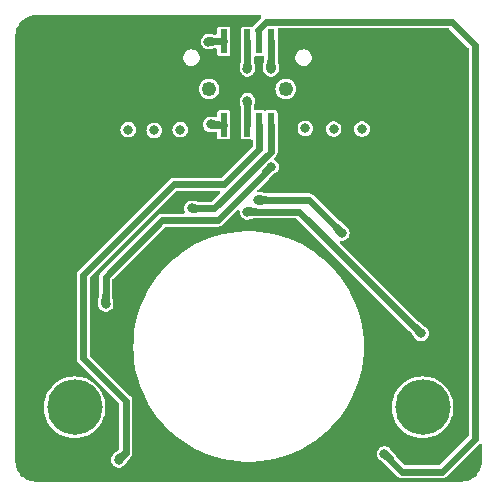
<source format=gbl>
G04 #@! TF.GenerationSoftware,KiCad,Pcbnew,7.0.2*
G04 #@! TF.CreationDate,2023-08-16T09:20:42-04:00*
G04 #@! TF.ProjectId,Foras Promineo CLR PCB,466f7261-7320-4507-926f-6d696e656f20,rev?*
G04 #@! TF.SameCoordinates,PX4c4b400PY543a756*
G04 #@! TF.FileFunction,Copper,L2,Bot*
G04 #@! TF.FilePolarity,Positive*
%FSLAX46Y46*%
G04 Gerber Fmt 4.6, Leading zero omitted, Abs format (unit mm)*
G04 Created by KiCad (PCBNEW 7.0.2) date 2023-08-16 09:20:42*
%MOMM*%
%LPD*%
G01*
G04 APERTURE LIST*
G04 #@! TA.AperFunction,ComponentPad*
%ADD10C,4.700000*%
G04 #@! TD*
G04 #@! TA.AperFunction,SMDPad,CuDef*
%ADD11R,0.600000X2.000000*%
G04 #@! TD*
G04 #@! TA.AperFunction,ComponentPad*
%ADD12C,1.248000*%
G04 #@! TD*
G04 #@! TA.AperFunction,ViaPad*
%ADD13C,0.800000*%
G04 #@! TD*
G04 #@! TA.AperFunction,Conductor*
%ADD14C,0.600000*%
G04 #@! TD*
G04 APERTURE END LIST*
D10*
G04 #@! TO.P,H2,1,1*
G04 #@! TO.N,Net-(C2-Pad1)*
X14730000Y-5130000D03*
G04 #@! TD*
G04 #@! TO.P,H1,1,1*
G04 #@! TO.N,Net-(C1-Pad1)*
X-14730000Y-5130000D03*
G04 #@! TD*
D11*
G04 #@! TO.P,J1,1,Pin_1*
G04 #@! TO.N,Net-(J1-Pin_1)*
X-2100000Y25844830D03*
G04 #@! TO.P,J1,2,Pin_2*
X-2100000Y18794830D03*
G04 #@! TO.P,J1,3,Pin_3*
G04 #@! TO.N,GND*
X-1100000Y25844830D03*
G04 #@! TO.P,J1,4,Pin_4*
X-1100000Y18794830D03*
G04 #@! TO.P,J1,5,Pin_5*
G04 #@! TO.N,/LED_1*
X-100000Y25844830D03*
G04 #@! TO.P,J1,6,Pin_6*
G04 #@! TO.N,/LED_2*
X-100000Y18794830D03*
G04 #@! TO.P,J1,7,Pin_7*
G04 #@! TO.N,/LED_3*
X900000Y25844830D03*
G04 #@! TO.P,J1,8,Pin_8*
G04 #@! TO.N,/LED_4*
X900000Y18794830D03*
G04 #@! TO.P,J1,9,Pin_9*
G04 #@! TO.N,/LED_5*
X1900000Y25844830D03*
G04 #@! TO.P,J1,10,Pin_10*
G04 #@! TO.N,/LED_6*
X1900000Y18794830D03*
D12*
G04 #@! TO.P,J1,S1*
G04 #@! TO.N,N/C*
X-3350000Y21819830D03*
G04 #@! TO.P,J1,S2*
X3150000Y21819830D03*
G04 #@! TD*
D13*
G04 #@! TO.N,GND*
X16995000Y965000D03*
X-16920000Y710000D03*
X-6525000Y23707330D03*
X-8625000Y23769830D03*
G04 #@! TO.N,/LED_6*
X-4800000Y11719830D03*
G04 #@! TO.N,/LED_5*
X1900000Y23519830D03*
X1900000Y15219830D03*
X-12100000Y3619830D03*
G04 #@! TO.N,/LED_4*
X-11000000Y-9580170D03*
G04 #@! TO.N,/LED_3*
X11500000Y-9080170D03*
G04 #@! TO.N,/LED_2*
X-100000Y20819830D03*
X14600000Y1119830D03*
X-100000Y11419830D03*
G04 #@! TO.N,/LED_1*
X800000Y12419830D03*
X-100000Y23519830D03*
X7900000Y9619830D03*
G04 #@! TO.N,Net-(J1-Pin_1)*
X4800000Y18482330D03*
X-8000000Y18307330D03*
X-3400000Y25819830D03*
X7200000Y18419830D03*
X-5800000Y18369830D03*
X9600000Y18419830D03*
X-3200000Y18819830D03*
X-10200000Y18369830D03*
G04 #@! TD*
D14*
G04 #@! TO.N,/LED_4*
X-2069830Y13750000D02*
X900000Y16719830D01*
X-6320000Y13750000D02*
X-2069830Y13750000D01*
X900000Y16719830D02*
X900000Y18794830D01*
X-14010000Y6060000D02*
X-6320000Y13750000D01*
X-10390000Y-4580000D02*
X-14010000Y-960000D01*
X-10390000Y-8970170D02*
X-10390000Y-4580000D01*
X-14010000Y-960000D02*
X-14010000Y6060000D01*
X-11000000Y-9580170D02*
X-10390000Y-8970170D01*
G04 #@! TO.N,/LED_6*
X-2900000Y11719830D02*
X-4800000Y11719830D01*
X1900000Y16519830D02*
X-2900000Y11719830D01*
X1900000Y18794830D02*
X1900000Y16519830D01*
G04 #@! TO.N,/LED_5*
X-2600000Y10719830D02*
X-7300000Y10719830D01*
X1900000Y25844830D02*
X1900000Y23519830D01*
X-12100000Y5919830D02*
X-12100000Y3619830D01*
X1900000Y15219830D02*
X-2600000Y10719830D01*
X-7300000Y10719830D02*
X-12100000Y5919830D01*
G04 #@! TO.N,/LED_3*
X1500000Y27519830D02*
X800000Y26819830D01*
X11500000Y-9080170D02*
X13000000Y-10580170D01*
X17200000Y27519830D02*
X1500000Y27519830D01*
X19200000Y25519830D02*
X17200000Y27519830D01*
X16400000Y-10580170D02*
X19200000Y-7780170D01*
X13000000Y-10580170D02*
X16400000Y-10580170D01*
X19200000Y-7780170D02*
X19200000Y25519830D01*
G04 #@! TO.N,/LED_2*
X4300000Y11419830D02*
X-100000Y11419830D01*
X14600000Y1119830D02*
X4300000Y11419830D01*
X-100000Y18794830D02*
X-100000Y20819830D01*
G04 #@! TO.N,/LED_1*
X800000Y12419830D02*
X5100000Y12419830D01*
X-100000Y25844830D02*
X-100000Y23519830D01*
X5100000Y12419830D02*
X7900000Y9619830D01*
G04 #@! TO.N,Net-(J1-Pin_1)*
X-2100000Y18794830D02*
X-3175000Y18794830D01*
X-2100000Y25844830D02*
X-3375000Y25844830D01*
X-3375000Y25844830D02*
X-3400000Y25819830D01*
X-3175000Y18794830D02*
X-3200000Y18819830D01*
G04 #@! TD*
G04 #@! TA.AperFunction,Conductor*
G04 #@! TO.N,GND*
G36*
X1025248Y28045328D02*
G01*
X1071741Y27991672D01*
X1081845Y27921398D01*
X1052351Y27856818D01*
X1046223Y27850235D01*
X384131Y27188143D01*
X384124Y27188136D01*
X381091Y27185102D01*
X378497Y27181683D01*
X378494Y27181678D01*
X351765Y27146431D01*
X294665Y27104239D01*
X237477Y27099815D01*
X237477Y27099330D01*
X231210Y27099330D01*
X226790Y27098988D01*
X225070Y27099330D01*
X-425069Y27099330D01*
X-499301Y27084565D01*
X-583485Y27028315D01*
X-639734Y26944132D01*
X-654500Y26869897D01*
X-654500Y24375027D01*
X-657875Y24354162D01*
X-657239Y24354082D01*
X-755858Y23565123D01*
X-756054Y23563201D01*
X-757347Y23549283D01*
X-757484Y23547347D01*
X-757436Y23547873D01*
X-757514Y23545958D01*
X-757822Y23536122D01*
X-758671Y23525073D01*
X-759308Y23519831D01*
X-740150Y23362049D01*
X-683788Y23213436D01*
X-683787Y23213435D01*
X-593498Y23082629D01*
X-474529Y22977231D01*
X-333793Y22903367D01*
X-179471Y22865330D01*
X-179469Y22865330D01*
X-20531Y22865330D01*
X-20529Y22865330D01*
X133793Y22903367D01*
X274529Y22977231D01*
X393498Y23082629D01*
X483787Y23213435D01*
X540149Y23362048D01*
X559307Y23519830D01*
X556560Y23542446D01*
X556042Y23563640D01*
X555855Y23565131D01*
X555856Y23565135D01*
X458777Y24341768D01*
X457483Y24352124D01*
X457757Y24352159D01*
X454500Y24374497D01*
X454500Y24464331D01*
X474502Y24532452D01*
X528158Y24578945D01*
X580495Y24590331D01*
X1219500Y24590331D01*
X1287621Y24570329D01*
X1334114Y24516673D01*
X1345500Y24464331D01*
X1345500Y24375027D01*
X1342125Y24354162D01*
X1342761Y24354082D01*
X1244142Y23565123D01*
X1243946Y23563201D01*
X1242653Y23549283D01*
X1242516Y23547347D01*
X1242564Y23547873D01*
X1242486Y23545958D01*
X1242178Y23536122D01*
X1241329Y23525073D01*
X1240692Y23519831D01*
X1259850Y23362049D01*
X1316212Y23213436D01*
X1316213Y23213435D01*
X1406502Y23082629D01*
X1525471Y22977231D01*
X1666207Y22903367D01*
X1820529Y22865330D01*
X1820531Y22865330D01*
X1979469Y22865330D01*
X1979471Y22865330D01*
X2133793Y22903367D01*
X2274529Y22977231D01*
X2393498Y23082629D01*
X2483787Y23213435D01*
X2540149Y23362048D01*
X2559307Y23519830D01*
X2556560Y23542446D01*
X2556042Y23563640D01*
X2555855Y23565131D01*
X2555856Y23565135D01*
X2458777Y24341768D01*
X2457483Y24352124D01*
X2457757Y24352159D01*
X2454500Y24374497D01*
X2454500Y24385381D01*
X3954500Y24385381D01*
X3994920Y24221391D01*
X4034165Y24146616D01*
X4073411Y24071838D01*
X4185411Y23945417D01*
X4324411Y23849472D01*
X4482334Y23789580D01*
X4607931Y23774330D01*
X4611741Y23774330D01*
X4688259Y23774330D01*
X4692069Y23774330D01*
X4817666Y23789580D01*
X4975589Y23849472D01*
X5114589Y23945417D01*
X5226589Y24071839D01*
X5305080Y24221391D01*
X5345500Y24385381D01*
X5345500Y24554279D01*
X5305080Y24718269D01*
X5226589Y24867821D01*
X5226588Y24867823D01*
X5114588Y24994244D01*
X4975588Y25090189D01*
X4817665Y25150081D01*
X4695854Y25164871D01*
X4695844Y25164872D01*
X4692069Y25165330D01*
X4607931Y25165330D01*
X4604156Y25164872D01*
X4604145Y25164871D01*
X4482334Y25150081D01*
X4324411Y25090189D01*
X4185411Y24994244D01*
X4073411Y24867823D01*
X4009227Y24745529D01*
X3994920Y24718269D01*
X3954500Y24554279D01*
X3954500Y24385381D01*
X2454500Y24385381D01*
X2454500Y25898264D01*
X2454499Y25898272D01*
X2454499Y26839330D01*
X2474501Y26907451D01*
X2528157Y26953944D01*
X2580499Y26965330D01*
X16918129Y26965330D01*
X16986250Y26945328D01*
X17007224Y26928425D01*
X18608595Y25327054D01*
X18642621Y25264742D01*
X18645500Y25237959D01*
X18645500Y-7498299D01*
X18625498Y-7566420D01*
X18608595Y-7587394D01*
X16207224Y-9988765D01*
X16144912Y-10022791D01*
X16118129Y-10025670D01*
X13281873Y-10025670D01*
X13213752Y-10005668D01*
X13192778Y-9988766D01*
X12496802Y-9292791D01*
X12484437Y-9275654D01*
X12483931Y-9276049D01*
X12460171Y-9245500D01*
X12011162Y-8668202D01*
X12006936Y-8662438D01*
X11993498Y-8642969D01*
X11989399Y-8639338D01*
X11980977Y-8631144D01*
X11973976Y-8623664D01*
X11971577Y-8622052D01*
X11958292Y-8611779D01*
X11874529Y-8537571D01*
X11733793Y-8463707D01*
X11579471Y-8425670D01*
X11420529Y-8425670D01*
X11266207Y-8463707D01*
X11266206Y-8463707D01*
X11266204Y-8463708D01*
X11125472Y-8537570D01*
X11006501Y-8642969D01*
X10916212Y-8773775D01*
X10859850Y-8922389D01*
X10840693Y-9080169D01*
X10840693Y-9080170D01*
X10841353Y-9085603D01*
X10859850Y-9237950D01*
X10916212Y-9386564D01*
X10961357Y-9451968D01*
X11004743Y-9514823D01*
X11006503Y-9517372D01*
X11047663Y-9553837D01*
X11059382Y-9565691D01*
X11068275Y-9575966D01*
X11100863Y-9601312D01*
X11107061Y-9606460D01*
X11125852Y-9623107D01*
X11143497Y-9634472D01*
X11694318Y-10062888D01*
X11694148Y-10063105D01*
X11712247Y-10076599D01*
X12599691Y-10964043D01*
X12602681Y-10967136D01*
X12646772Y-11014346D01*
X12682083Y-11035819D01*
X12692749Y-11043078D01*
X12725679Y-11068049D01*
X12742402Y-11074644D01*
X12761647Y-11084203D01*
X12773906Y-11091657D01*
X12777010Y-11093545D01*
X12816805Y-11104695D01*
X12829024Y-11108804D01*
X12867479Y-11123969D01*
X12885370Y-11125808D01*
X12906467Y-11129817D01*
X12923786Y-11134670D01*
X12965115Y-11134670D01*
X12977998Y-11135330D01*
X13019109Y-11139556D01*
X13036821Y-11136502D01*
X13058230Y-11134670D01*
X16388371Y-11134670D01*
X16392673Y-11134743D01*
X16393997Y-11134788D01*
X16457239Y-11136949D01*
X16497411Y-11127158D01*
X16510053Y-11124755D01*
X16551009Y-11119127D01*
X16567503Y-11111962D01*
X16587857Y-11105117D01*
X16605333Y-11100859D01*
X16641364Y-11080599D01*
X16652894Y-11074872D01*
X16690818Y-11058400D01*
X16704763Y-11047054D01*
X16722528Y-11034962D01*
X16738199Y-11026152D01*
X16767426Y-10996923D01*
X16776999Y-10988285D01*
X16809058Y-10962204D01*
X16819430Y-10947508D01*
X16833267Y-10931082D01*
X19530404Y-8233945D01*
X19592717Y-8199919D01*
X19663533Y-8204984D01*
X19720368Y-8247531D01*
X19745179Y-8314051D01*
X19745500Y-8323040D01*
X19745500Y-9675669D01*
X19745179Y-9684658D01*
X19728376Y-9919589D01*
X19725818Y-9937383D01*
X19676710Y-10163130D01*
X19671645Y-10180380D01*
X19590912Y-10396833D01*
X19583443Y-10413186D01*
X19472724Y-10615952D01*
X19463005Y-10631075D01*
X19324559Y-10816017D01*
X19312786Y-10829603D01*
X19149433Y-10992956D01*
X19135847Y-11004729D01*
X18950905Y-11143175D01*
X18935782Y-11152894D01*
X18733016Y-11263613D01*
X18716663Y-11271082D01*
X18500210Y-11351815D01*
X18482960Y-11356880D01*
X18257213Y-11405988D01*
X18239419Y-11408546D01*
X18004488Y-11425349D01*
X17995499Y-11425670D01*
X-17995499Y-11425670D01*
X-18004488Y-11425349D01*
X-18239420Y-11408546D01*
X-18257214Y-11405988D01*
X-18482961Y-11356880D01*
X-18500205Y-11351817D01*
X-18716664Y-11271082D01*
X-18733017Y-11263613D01*
X-18935783Y-11152894D01*
X-18950906Y-11143175D01*
X-19135848Y-11004729D01*
X-19149434Y-10992956D01*
X-19312787Y-10829603D01*
X-19324560Y-10816017D01*
X-19463006Y-10631075D01*
X-19472725Y-10615952D01*
X-19583444Y-10413186D01*
X-19590910Y-10396839D01*
X-19671651Y-10180365D01*
X-19676708Y-10163140D01*
X-19725821Y-9937372D01*
X-19728376Y-9919601D01*
X-19745181Y-9684630D01*
X-19745500Y-9675694D01*
X-19745500Y-9635295D01*
X-19745500Y-9635294D01*
X-19745500Y-5130000D01*
X-17339260Y-5130000D01*
X-17320236Y-5444512D01*
X-17319553Y-5448241D01*
X-17319551Y-5448254D01*
X-17286555Y-5628304D01*
X-17263440Y-5754437D01*
X-17169700Y-6055256D01*
X-17168139Y-6058724D01*
X-17168138Y-6058727D01*
X-17047672Y-6326394D01*
X-17040385Y-6342584D01*
X-16877379Y-6612229D01*
X-16683059Y-6860259D01*
X-16460259Y-7083059D01*
X-16212229Y-7277379D01*
X-15942584Y-7440385D01*
X-15655256Y-7569700D01*
X-15354437Y-7663440D01*
X-15044512Y-7720236D01*
X-14730000Y-7739260D01*
X-14415488Y-7720236D01*
X-14105563Y-7663440D01*
X-13804744Y-7569700D01*
X-13517416Y-7440385D01*
X-13247771Y-7277379D01*
X-12999741Y-7083059D01*
X-12776941Y-6860259D01*
X-12582621Y-6612229D01*
X-12419615Y-6342584D01*
X-12290300Y-6055256D01*
X-12196560Y-5754437D01*
X-12139764Y-5444512D01*
X-12120740Y-5130000D01*
X-12139764Y-4815488D01*
X-12196560Y-4505563D01*
X-12290300Y-4204744D01*
X-12419615Y-3917416D01*
X-12582621Y-3647771D01*
X-12776941Y-3399741D01*
X-12999741Y-3176941D01*
X-13127058Y-3077194D01*
X-13244780Y-2984964D01*
X-13244784Y-2984961D01*
X-13247771Y-2982621D01*
X-13517416Y-2819615D01*
X-13804744Y-2690300D01*
X-13835687Y-2680657D01*
X-14101926Y-2597693D01*
X-14101932Y-2597691D01*
X-14105563Y-2596560D01*
X-14109309Y-2595873D01*
X-14109315Y-2595872D01*
X-14411746Y-2540449D01*
X-14411759Y-2540447D01*
X-14415488Y-2539764D01*
X-14419282Y-2539534D01*
X-14419286Y-2539534D01*
X-14726198Y-2520970D01*
X-14730000Y-2520740D01*
X-14733802Y-2520970D01*
X-15040715Y-2539534D01*
X-15040721Y-2539534D01*
X-15044512Y-2539764D01*
X-15048240Y-2540447D01*
X-15048255Y-2540449D01*
X-15350686Y-2595872D01*
X-15350696Y-2595874D01*
X-15354437Y-2596560D01*
X-15358065Y-2597690D01*
X-15358075Y-2597693D01*
X-15651621Y-2689167D01*
X-15651626Y-2689168D01*
X-15655256Y-2690300D01*
X-15658720Y-2691858D01*
X-15658728Y-2691862D01*
X-15939117Y-2818054D01*
X-15939126Y-2818058D01*
X-15942584Y-2819615D01*
X-15945835Y-2821580D01*
X-15945844Y-2821585D01*
X-16208976Y-2980654D01*
X-16208982Y-2980657D01*
X-16212229Y-2982621D01*
X-16215210Y-2984955D01*
X-16215221Y-2984964D01*
X-16457257Y-3174588D01*
X-16457268Y-3174597D01*
X-16460259Y-3176941D01*
X-16462954Y-3179635D01*
X-16462962Y-3179643D01*
X-16680357Y-3397038D01*
X-16680365Y-3397046D01*
X-16683059Y-3399741D01*
X-16685403Y-3402732D01*
X-16685412Y-3402743D01*
X-16875036Y-3644779D01*
X-16875045Y-3644790D01*
X-16877379Y-3647771D01*
X-16879343Y-3651018D01*
X-16879346Y-3651024D01*
X-17038415Y-3914156D01*
X-17038420Y-3914165D01*
X-17040385Y-3917416D01*
X-17041942Y-3920874D01*
X-17041946Y-3920883D01*
X-17168138Y-4201272D01*
X-17168142Y-4201280D01*
X-17169700Y-4204744D01*
X-17170832Y-4208374D01*
X-17170833Y-4208379D01*
X-17262307Y-4501925D01*
X-17262310Y-4501935D01*
X-17263440Y-4505563D01*
X-17264126Y-4509304D01*
X-17264128Y-4509314D01*
X-17319551Y-4811745D01*
X-17319553Y-4811760D01*
X-17320236Y-4815488D01*
X-17339260Y-5130000D01*
X-19745500Y-5130000D01*
X-19745500Y6040892D01*
X-14569387Y6040892D01*
X-14566332Y6023173D01*
X-14564500Y6001765D01*
X-14564500Y-948370D01*
X-14564573Y-952672D01*
X-14566779Y-1017241D01*
X-14556993Y-1057402D01*
X-14554585Y-1070072D01*
X-14548958Y-1111009D01*
X-14541795Y-1127500D01*
X-14534948Y-1147859D01*
X-14530689Y-1165334D01*
X-14510437Y-1201352D01*
X-14504699Y-1212905D01*
X-14488230Y-1250818D01*
X-14476880Y-1264769D01*
X-14464795Y-1282525D01*
X-14455982Y-1298199D01*
X-14426757Y-1327424D01*
X-14418122Y-1336992D01*
X-14392034Y-1369058D01*
X-14377344Y-1379427D01*
X-14360911Y-1393270D01*
X-10981405Y-4772776D01*
X-10947379Y-4835088D01*
X-10944500Y-4861871D01*
X-10944500Y-8643795D01*
X-10964502Y-8711916D01*
X-10993144Y-8743253D01*
X-11356515Y-9025874D01*
X-11374145Y-9037229D01*
X-11392931Y-9053872D01*
X-11399117Y-9059009D01*
X-11431735Y-9084380D01*
X-11431796Y-9084430D01*
X-11433235Y-9085603D01*
X-11443974Y-9094516D01*
X-11445427Y-9095777D01*
X-11445034Y-9095450D01*
X-11446440Y-9096747D01*
X-11460370Y-9109804D01*
X-11475200Y-9126757D01*
X-11493499Y-9142969D01*
X-11583788Y-9273775D01*
X-11640150Y-9422389D01*
X-11659307Y-9580170D01*
X-11640150Y-9737950D01*
X-11583788Y-9886564D01*
X-11510928Y-9992119D01*
X-11493498Y-10017371D01*
X-11374529Y-10122769D01*
X-11233793Y-10196633D01*
X-11079471Y-10234670D01*
X-11079469Y-10234670D01*
X-10920531Y-10234670D01*
X-10920529Y-10234670D01*
X-10766207Y-10196633D01*
X-10625471Y-10122769D01*
X-10506502Y-10017371D01*
X-10493041Y-9997868D01*
X-10488856Y-9992158D01*
X-10023688Y-9394086D01*
X-10023688Y-9394085D01*
X-10017280Y-9385847D01*
X-10016826Y-9386200D01*
X-10000664Y-9365274D01*
X-9955824Y-9323398D01*
X-9934342Y-9288069D01*
X-9927091Y-9277418D01*
X-9918018Y-9265452D01*
X-9902121Y-9244491D01*
X-9895525Y-9227761D01*
X-9885971Y-9208526D01*
X-9876625Y-9193160D01*
X-9865474Y-9153358D01*
X-9861369Y-9141150D01*
X-9846201Y-9102690D01*
X-9845177Y-9092727D01*
X-9844362Y-9084802D01*
X-9840353Y-9063702D01*
X-9835500Y-9046384D01*
X-9835500Y-9005046D01*
X-9834839Y-8992161D01*
X-9830614Y-8951061D01*
X-9833668Y-8933347D01*
X-9835500Y-8911940D01*
X-9835500Y-4591629D01*
X-9835427Y-4587327D01*
X-9835388Y-4586168D01*
X-9833221Y-4522761D01*
X-9843009Y-4482597D01*
X-9845415Y-4469942D01*
X-9851043Y-4428991D01*
X-9858208Y-4412497D01*
X-9865053Y-4392140D01*
X-9869311Y-4374667D01*
X-9889566Y-4338643D01*
X-9895304Y-4327091D01*
X-9911770Y-4289182D01*
X-9911772Y-4289179D01*
X-9923120Y-4275230D01*
X-9935209Y-4257467D01*
X-9944019Y-4241799D01*
X-9973240Y-4212578D01*
X-9981884Y-4203001D01*
X-9983291Y-4201272D01*
X-10007966Y-4170942D01*
X-10007968Y-4170941D01*
X-10007969Y-4170939D01*
X-10022662Y-4160567D01*
X-10039093Y-4146726D01*
X-13418595Y-767224D01*
X-13452621Y-704912D01*
X-13455500Y-678129D01*
X-13455500Y0D01*
X-9759514Y0D01*
X-9759449Y-2026D01*
X-9739528Y-623257D01*
X-9739527Y-623278D01*
X-9739462Y-625294D01*
X-9739270Y-627287D01*
X-9739268Y-627314D01*
X-9679582Y-1246026D01*
X-9679580Y-1246048D01*
X-9679389Y-1248019D01*
X-9679073Y-1249976D01*
X-9679070Y-1249996D01*
X-9579860Y-1863639D01*
X-9579857Y-1863655D01*
X-9579540Y-1865615D01*
X-9579096Y-1867562D01*
X-9579095Y-1867565D01*
X-9440775Y-2473590D01*
X-9440769Y-2473612D01*
X-9440328Y-2475545D01*
X-9439758Y-2477466D01*
X-9439756Y-2477473D01*
X-9404075Y-2597693D01*
X-9262323Y-3075303D01*
X-9261627Y-3077194D01*
X-9051650Y-3647771D01*
X-9046257Y-3662424D01*
X-9045444Y-3664261D01*
X-9045443Y-3664263D01*
X-8804741Y-4208011D01*
X-8793018Y-4234494D01*
X-8792090Y-4236274D01*
X-8792086Y-4236281D01*
X-8512197Y-4772776D01*
X-8503647Y-4789165D01*
X-8485388Y-4819285D01*
X-8180388Y-5322417D01*
X-8180377Y-5322435D01*
X-8179333Y-5324156D01*
X-8178180Y-5325809D01*
X-8178176Y-5325815D01*
X-8092768Y-5448254D01*
X-7821407Y-5837268D01*
X-7820151Y-5838843D01*
X-7820145Y-5838851D01*
X-7440244Y-6315232D01*
X-7431342Y-6326394D01*
X-7429987Y-6327886D01*
X-7429981Y-6327893D01*
X-7171755Y-6612229D01*
X-7010741Y-6789524D01*
X-7009291Y-6790928D01*
X-6705213Y-7085411D01*
X-6561330Y-7224753D01*
X-6084957Y-7630295D01*
X-5583581Y-8004483D01*
X-5059260Y-8345778D01*
X-4514149Y-8652778D01*
X-4512325Y-8653656D01*
X-4512320Y-8653659D01*
X-4262897Y-8773775D01*
X-3950489Y-8924223D01*
X-3370595Y-9158996D01*
X-2776851Y-9356132D01*
X-2171696Y-9514823D01*
X-1557617Y-9634414D01*
X-937138Y-9714416D01*
X-312808Y-9754500D01*
X-310794Y-9754500D01*
X310794Y-9754500D01*
X312808Y-9754500D01*
X937138Y-9714416D01*
X1557617Y-9634414D01*
X2171696Y-9514823D01*
X2776851Y-9356132D01*
X3370595Y-9158996D01*
X3950489Y-8924223D01*
X4514149Y-8652778D01*
X5059260Y-8345778D01*
X5583581Y-8004483D01*
X6084957Y-7630295D01*
X6561330Y-7224753D01*
X7010741Y-6789524D01*
X7431342Y-6326394D01*
X7821407Y-5837268D01*
X8179333Y-5324156D01*
X8297031Y-5130000D01*
X12120740Y-5130000D01*
X12139764Y-5444512D01*
X12140447Y-5448241D01*
X12140449Y-5448254D01*
X12173445Y-5628304D01*
X12196560Y-5754437D01*
X12290300Y-6055256D01*
X12291861Y-6058724D01*
X12291862Y-6058727D01*
X12412328Y-6326394D01*
X12419615Y-6342584D01*
X12582621Y-6612229D01*
X12776941Y-6860259D01*
X12999741Y-7083059D01*
X13247771Y-7277379D01*
X13517416Y-7440385D01*
X13804744Y-7569700D01*
X14105563Y-7663440D01*
X14415488Y-7720236D01*
X14730000Y-7739260D01*
X15044512Y-7720236D01*
X15354437Y-7663440D01*
X15655256Y-7569700D01*
X15942584Y-7440385D01*
X16212229Y-7277379D01*
X16460259Y-7083059D01*
X16683059Y-6860259D01*
X16877379Y-6612229D01*
X17040385Y-6342584D01*
X17169700Y-6055256D01*
X17263440Y-5754437D01*
X17320236Y-5444512D01*
X17339260Y-5130000D01*
X17320236Y-4815488D01*
X17263440Y-4505563D01*
X17169700Y-4204744D01*
X17040385Y-3917416D01*
X16877379Y-3647771D01*
X16683059Y-3399741D01*
X16460259Y-3176941D01*
X16332942Y-3077194D01*
X16215220Y-2984964D01*
X16215216Y-2984961D01*
X16212229Y-2982621D01*
X15942584Y-2819615D01*
X15655256Y-2690300D01*
X15624313Y-2680657D01*
X15358074Y-2597693D01*
X15358068Y-2597691D01*
X15354437Y-2596560D01*
X15350691Y-2595873D01*
X15350685Y-2595872D01*
X15048254Y-2540449D01*
X15048241Y-2540447D01*
X15044512Y-2539764D01*
X15040718Y-2539534D01*
X15040714Y-2539534D01*
X14733802Y-2520970D01*
X14730000Y-2520740D01*
X14726198Y-2520970D01*
X14419285Y-2539534D01*
X14419279Y-2539534D01*
X14415488Y-2539764D01*
X14411760Y-2540447D01*
X14411745Y-2540449D01*
X14109314Y-2595872D01*
X14109304Y-2595874D01*
X14105563Y-2596560D01*
X14101935Y-2597690D01*
X14101925Y-2597693D01*
X13808379Y-2689167D01*
X13808374Y-2689168D01*
X13804744Y-2690300D01*
X13801280Y-2691858D01*
X13801272Y-2691862D01*
X13520883Y-2818054D01*
X13520874Y-2818058D01*
X13517416Y-2819615D01*
X13514165Y-2821580D01*
X13514156Y-2821585D01*
X13251024Y-2980654D01*
X13251018Y-2980657D01*
X13247771Y-2982621D01*
X13244790Y-2984955D01*
X13244779Y-2984964D01*
X13002743Y-3174588D01*
X13002732Y-3174597D01*
X12999741Y-3176941D01*
X12997046Y-3179635D01*
X12997038Y-3179643D01*
X12779643Y-3397038D01*
X12779635Y-3397046D01*
X12776941Y-3399741D01*
X12774597Y-3402732D01*
X12774588Y-3402743D01*
X12584964Y-3644779D01*
X12584955Y-3644790D01*
X12582621Y-3647771D01*
X12580657Y-3651018D01*
X12580654Y-3651024D01*
X12421585Y-3914156D01*
X12421580Y-3914165D01*
X12419615Y-3917416D01*
X12418058Y-3920874D01*
X12418054Y-3920883D01*
X12291862Y-4201272D01*
X12291858Y-4201280D01*
X12290300Y-4204744D01*
X12289168Y-4208374D01*
X12289167Y-4208379D01*
X12197693Y-4501925D01*
X12197690Y-4501935D01*
X12196560Y-4505563D01*
X12195874Y-4509304D01*
X12195872Y-4509314D01*
X12140449Y-4811745D01*
X12140447Y-4811760D01*
X12139764Y-4815488D01*
X12120740Y-5130000D01*
X8297031Y-5130000D01*
X8503647Y-4789165D01*
X8793018Y-4234494D01*
X9046257Y-3662424D01*
X9262323Y-3075303D01*
X9440328Y-2475545D01*
X9579540Y-1865615D01*
X9679389Y-1248019D01*
X9739462Y-625294D01*
X9759514Y0D01*
X9739462Y625294D01*
X9679389Y1248019D01*
X9579540Y1865615D01*
X9440328Y2475545D01*
X9262323Y3075303D01*
X9046257Y3662424D01*
X8793018Y4234494D01*
X8503647Y4789165D01*
X8179333Y5324156D01*
X7821407Y5837268D01*
X7431342Y6326394D01*
X7010741Y6789524D01*
X6561330Y7224753D01*
X6084957Y7630295D01*
X5583581Y8004483D01*
X5581894Y8005582D01*
X5581887Y8005586D01*
X5321420Y8175131D01*
X5059260Y8345778D01*
X4514149Y8652778D01*
X4512336Y8653651D01*
X4512319Y8653660D01*
X3952309Y8923347D01*
X3952296Y8923353D01*
X3950489Y8924223D01*
X3948627Y8924977D01*
X3372464Y9158240D01*
X3372445Y9158247D01*
X3370595Y9158996D01*
X2905445Y9313436D01*
X2778749Y9355502D01*
X2778743Y9355504D01*
X2776851Y9356132D01*
X2372941Y9462050D01*
X2173641Y9514313D01*
X2173639Y9514314D01*
X2171696Y9514823D01*
X2169727Y9515207D01*
X2169716Y9515209D01*
X1559593Y9634030D01*
X1559568Y9634035D01*
X1557617Y9634414D01*
X1555648Y9634668D01*
X1555635Y9634670D01*
X939138Y9714159D01*
X939111Y9714162D01*
X937138Y9714416D01*
X935118Y9714546D01*
X935115Y9714546D01*
X314819Y9754371D01*
X314815Y9754372D01*
X312808Y9754500D01*
X-312808Y9754500D01*
X-314815Y9754372D01*
X-314820Y9754371D01*
X-935116Y9714546D01*
X-935122Y9714546D01*
X-937138Y9714416D01*
X-939109Y9714162D01*
X-939139Y9714159D01*
X-1555636Y9634670D01*
X-1555654Y9634668D01*
X-1557617Y9634414D01*
X-1559564Y9634035D01*
X-1559594Y9634030D01*
X-2169717Y9515209D01*
X-2169735Y9515205D01*
X-2171696Y9514823D01*
X-2173634Y9514316D01*
X-2173642Y9514313D01*
X-2774915Y9356640D01*
X-2774925Y9356638D01*
X-2776851Y9356132D01*
X-2778736Y9355507D01*
X-2778750Y9355502D01*
X-3368674Y9159634D01*
X-3368680Y9159633D01*
X-3370595Y9158996D01*
X-3372436Y9158251D01*
X-3372465Y9158240D01*
X-3948628Y8924977D01*
X-3948643Y8924971D01*
X-3950489Y8924223D01*
X-3952286Y8923358D01*
X-3952310Y8923347D01*
X-4512320Y8653660D01*
X-4512350Y8653645D01*
X-4514149Y8652778D01*
X-4515911Y8651787D01*
X-4515920Y8651781D01*
X-5057498Y8346771D01*
X-5057514Y8346762D01*
X-5059260Y8345778D01*
X-5060948Y8344680D01*
X-5060955Y8344675D01*
X-5581888Y8005586D01*
X-5581910Y8005572D01*
X-5583581Y8004483D01*
X-5585176Y8003294D01*
X-5585197Y8003278D01*
X-6083344Y7631499D01*
X-6084957Y7630295D01*
X-6086471Y7629007D01*
X-6086490Y7628991D01*
X-6559792Y7226063D01*
X-6559805Y7226053D01*
X-6561330Y7224753D01*
X-6562764Y7223365D01*
X-6562783Y7223347D01*
X-7009291Y6790929D01*
X-7009303Y6790917D01*
X-7010741Y6789524D01*
X-7012081Y6788050D01*
X-7012098Y6788031D01*
X-7429981Y6327894D01*
X-7430000Y6327872D01*
X-7431342Y6326394D01*
X-7432590Y6324830D01*
X-7432602Y6324815D01*
X-7820145Y5838852D01*
X-7820163Y5838829D01*
X-7821407Y5837268D01*
X-7822550Y5835630D01*
X-7822566Y5835608D01*
X-8178176Y5325816D01*
X-8178190Y5325796D01*
X-8179333Y5324156D01*
X-8180368Y5322450D01*
X-8180388Y5322418D01*
X-8502596Y4790899D01*
X-8503647Y4789165D01*
X-8504571Y4787396D01*
X-8504580Y4787378D01*
X-8792086Y4236282D01*
X-8792096Y4236263D01*
X-8793018Y4234494D01*
X-8793831Y4232658D01*
X-8793837Y4232645D01*
X-9045443Y3664264D01*
X-9045449Y3664251D01*
X-9046257Y3662424D01*
X-9046948Y3660547D01*
X-9046953Y3660534D01*
X-9261627Y3077195D01*
X-9262323Y3075303D01*
X-9262895Y3073379D01*
X-9262898Y3073367D01*
X-9439756Y2477474D01*
X-9439760Y2477459D01*
X-9440328Y2475545D01*
X-9440768Y2473621D01*
X-9440775Y2473591D01*
X-9525412Y2102767D01*
X-9579540Y1865615D01*
X-9579856Y1863661D01*
X-9579860Y1863640D01*
X-9679070Y1249997D01*
X-9679074Y1249973D01*
X-9679389Y1248019D01*
X-9679579Y1246053D01*
X-9679582Y1246027D01*
X-9739268Y627315D01*
X-9739270Y627286D01*
X-9739462Y625294D01*
X-9739527Y623281D01*
X-9739528Y623258D01*
X-9744592Y465330D01*
X-9759514Y0D01*
X-13455500Y0D01*
X-13455500Y5778129D01*
X-13435498Y5846250D01*
X-13418595Y5867224D01*
X-6127224Y13158595D01*
X-6064912Y13192621D01*
X-6038129Y13195500D01*
X-2512701Y13195500D01*
X-2444580Y13175498D01*
X-2398087Y13121842D01*
X-2387983Y13051568D01*
X-2417477Y12986988D01*
X-2423606Y12980405D01*
X-3092776Y12311235D01*
X-3155088Y12277209D01*
X-3181871Y12274330D01*
X-3944805Y12274330D01*
X-3965668Y12277704D01*
X-3965747Y12277068D01*
X-4689194Y12367499D01*
X-4703718Y12370187D01*
X-4720528Y12374330D01*
X-4720529Y12374330D01*
X-4735999Y12374330D01*
X-4751627Y12375303D01*
X-4754707Y12375688D01*
X-4756641Y12375885D01*
X-4770558Y12377177D01*
X-4772474Y12377312D01*
X-4771969Y12377266D01*
X-4773861Y12377342D01*
X-4787627Y12377787D01*
X-4791630Y12377001D01*
X-4793214Y12376690D01*
X-4817485Y12374330D01*
X-4879471Y12374330D01*
X-5033793Y12336293D01*
X-5033794Y12336293D01*
X-5033796Y12336292D01*
X-5174528Y12262430D01*
X-5293499Y12157031D01*
X-5383788Y12026225D01*
X-5440150Y11877611D01*
X-5459307Y11719830D01*
X-5440150Y11562050D01*
X-5395762Y11445010D01*
X-5390308Y11374224D01*
X-5423990Y11311725D01*
X-5486115Y11277358D01*
X-5513574Y11274330D01*
X-7288371Y11274330D01*
X-7292673Y11274403D01*
X-7300743Y11274679D01*
X-7357239Y11276609D01*
X-7357240Y11276609D01*
X-7357243Y11276609D01*
X-7397404Y11266823D01*
X-7410072Y11264415D01*
X-7451009Y11258788D01*
X-7467507Y11251622D01*
X-7487860Y11244778D01*
X-7505332Y11240520D01*
X-7541357Y11220265D01*
X-7552905Y11214530D01*
X-7590822Y11198060D01*
X-7604778Y11186706D01*
X-7622528Y11174625D01*
X-7638198Y11165813D01*
X-7667426Y11136587D01*
X-7676997Y11127950D01*
X-7709058Y11101865D01*
X-7719432Y11087169D01*
X-7733271Y11070742D01*
X-12483846Y6320167D01*
X-12486937Y6317179D01*
X-12534177Y6273059D01*
X-12555652Y6237745D01*
X-12562908Y6227084D01*
X-12587880Y6194153D01*
X-12594480Y6177417D01*
X-12604033Y6158184D01*
X-12613376Y6142819D01*
X-12624529Y6103020D01*
X-12628638Y6090801D01*
X-12643800Y6052351D01*
X-12645639Y6034460D01*
X-12649650Y6013358D01*
X-12654500Y5996047D01*
X-12654500Y5954715D01*
X-12655161Y5941830D01*
X-12659387Y5900722D01*
X-12656332Y5883003D01*
X-12654500Y5861595D01*
X-12654500Y4475027D01*
X-12657875Y4454162D01*
X-12657239Y4454082D01*
X-12755858Y3665123D01*
X-12756054Y3663201D01*
X-12757347Y3649283D01*
X-12757484Y3647347D01*
X-12757436Y3647873D01*
X-12757514Y3645958D01*
X-12757822Y3636122D01*
X-12758671Y3625073D01*
X-12759308Y3619831D01*
X-12740150Y3462049D01*
X-12683788Y3313436D01*
X-12683787Y3313435D01*
X-12593498Y3182629D01*
X-12474529Y3077231D01*
X-12333793Y3003367D01*
X-12179471Y2965330D01*
X-12179469Y2965330D01*
X-12020531Y2965330D01*
X-12020529Y2965330D01*
X-11866207Y3003367D01*
X-11725471Y3077231D01*
X-11606502Y3182629D01*
X-11516213Y3313435D01*
X-11459851Y3462048D01*
X-11440693Y3619830D01*
X-11443440Y3642446D01*
X-11443958Y3663640D01*
X-11444145Y3665131D01*
X-11444144Y3665135D01*
X-11541223Y4441768D01*
X-11542517Y4452124D01*
X-11542243Y4452159D01*
X-11545500Y4474497D01*
X-11545500Y5637959D01*
X-11525498Y5706080D01*
X-11508595Y5727054D01*
X-7107224Y10128425D01*
X-7044912Y10162451D01*
X-7018129Y10165330D01*
X-2611629Y10165330D01*
X-2607327Y10165257D01*
X-2606003Y10165212D01*
X-2542761Y10163051D01*
X-2502589Y10172842D01*
X-2489947Y10175245D01*
X-2448991Y10180873D01*
X-2432497Y10188038D01*
X-2412143Y10194883D01*
X-2394667Y10199141D01*
X-2358636Y10219401D01*
X-2347106Y10225128D01*
X-2309182Y10241600D01*
X-2295237Y10252946D01*
X-2277472Y10265038D01*
X-2261801Y10273848D01*
X-2232574Y10303077D01*
X-2223001Y10311715D01*
X-2190942Y10337796D01*
X-2180570Y10352492D01*
X-2166733Y10368918D01*
X-968222Y11567429D01*
X-905912Y11601453D01*
X-835097Y11596388D01*
X-778261Y11553841D01*
X-753450Y11487321D01*
X-754048Y11463145D01*
X-759308Y11419831D01*
X-740150Y11262050D01*
X-683788Y11113436D01*
X-659581Y11078367D01*
X-593498Y10982629D01*
X-474529Y10877231D01*
X-333793Y10803367D01*
X-179471Y10765330D01*
X-78040Y10765330D01*
X-68979Y10765004D01*
X-54696Y10763974D01*
X-51632Y10764357D01*
X-36005Y10765330D01*
X-20530Y10765330D01*
X-20529Y10765330D01*
X-3715Y10769476D01*
X10802Y10772163D01*
X721938Y10861053D01*
X721940Y10861054D01*
X732295Y10862348D01*
X732329Y10862073D01*
X754664Y10865330D01*
X4018129Y10865330D01*
X4086250Y10845328D01*
X4107224Y10828425D01*
X13603197Y1332452D01*
X13615566Y1315313D01*
X13616072Y1315706D01*
X13623685Y1305918D01*
X13623687Y1305914D01*
X14006724Y813436D01*
X14088836Y707863D01*
X14093071Y702086D01*
X14106502Y682629D01*
X14110598Y679000D01*
X14119021Y670806D01*
X14126023Y663325D01*
X14126026Y663323D01*
X14128422Y661713D01*
X14141709Y651438D01*
X14225471Y577231D01*
X14366207Y503367D01*
X14520529Y465330D01*
X14520531Y465330D01*
X14679469Y465330D01*
X14679471Y465330D01*
X14833793Y503367D01*
X14974529Y577231D01*
X15093498Y682629D01*
X15183787Y813435D01*
X15240149Y962048D01*
X15259307Y1119830D01*
X15240149Y1277612D01*
X15183787Y1426225D01*
X15093498Y1557031D01*
X15052331Y1593502D01*
X15040615Y1605354D01*
X15031722Y1615629D01*
X14999126Y1640982D01*
X14992930Y1646127D01*
X14974148Y1662767D01*
X14956511Y1674127D01*
X14405681Y2102548D01*
X14405851Y2102767D01*
X14387750Y2116261D01*
X7753776Y8750235D01*
X7719750Y8812547D01*
X7724815Y8883362D01*
X7767362Y8940198D01*
X7833882Y8965009D01*
X7842871Y8965330D01*
X7979469Y8965330D01*
X7979471Y8965330D01*
X8133793Y9003367D01*
X8274529Y9077231D01*
X8393498Y9182629D01*
X8483787Y9313435D01*
X8540149Y9462048D01*
X8559307Y9619830D01*
X8540149Y9777612D01*
X8483787Y9926225D01*
X8393498Y10057031D01*
X8352331Y10093502D01*
X8340615Y10105354D01*
X8331722Y10115629D01*
X8299126Y10140982D01*
X8292930Y10146127D01*
X8274148Y10162767D01*
X8256511Y10174127D01*
X7705681Y10602548D01*
X7705851Y10602767D01*
X7687750Y10616261D01*
X5500321Y12803690D01*
X5497331Y12806783D01*
X5453226Y12854008D01*
X5417910Y12875485D01*
X5407246Y12882742D01*
X5374320Y12907711D01*
X5357591Y12914308D01*
X5338353Y12923864D01*
X5322992Y12933205D01*
X5283192Y12944357D01*
X5270969Y12948468D01*
X5232520Y12963630D01*
X5214630Y12965469D01*
X5193528Y12969480D01*
X5176216Y12974330D01*
X5176214Y12974330D01*
X5134884Y12974330D01*
X5121999Y12974991D01*
X5117562Y12975448D01*
X5080892Y12979218D01*
X5063173Y12976162D01*
X5041763Y12974330D01*
X1655195Y12974330D01*
X1634332Y12977704D01*
X1634253Y12977068D01*
X910806Y13067499D01*
X896282Y13070187D01*
X879472Y13074330D01*
X879471Y13074330D01*
X864001Y13074330D01*
X848373Y13075303D01*
X845293Y13075688D01*
X843359Y13075885D01*
X833040Y13076839D01*
X767089Y13103126D01*
X725819Y13160895D01*
X722333Y13231806D01*
X755729Y13291380D01*
X1687379Y14223030D01*
X1704514Y14235393D01*
X1704120Y14235899D01*
X1715438Y14244702D01*
X2256511Y14665536D01*
X2274150Y14676896D01*
X2274526Y14677230D01*
X2274529Y14677231D01*
X2292953Y14693555D01*
X2299131Y14698685D01*
X2314949Y14710988D01*
X2331726Y14724035D01*
X2333198Y14725235D01*
X2343869Y14734086D01*
X2345323Y14735346D01*
X2344938Y14735027D01*
X2346336Y14736316D01*
X2360377Y14749473D01*
X2375202Y14766421D01*
X2393498Y14782629D01*
X2483787Y14913435D01*
X2540149Y15062048D01*
X2559307Y15219830D01*
X2540149Y15377612D01*
X2483787Y15526225D01*
X2393498Y15657031D01*
X2274529Y15762429D01*
X2226790Y15787485D01*
X2198095Y15802545D01*
X2147073Y15851914D01*
X2130841Y15921030D01*
X2154553Y15987950D01*
X2167550Y16003201D01*
X2283885Y16119536D01*
X2286952Y16122499D01*
X2334173Y16166599D01*
X2334173Y16166600D01*
X2334176Y16166602D01*
X2355656Y16201927D01*
X2362905Y16212577D01*
X2387880Y16245509D01*
X2394476Y16262237D01*
X2404037Y16281485D01*
X2413374Y16296839D01*
X2413375Y16296840D01*
X2424528Y16336649D01*
X2428634Y16348856D01*
X2443799Y16387310D01*
X2445638Y16405203D01*
X2449649Y16426305D01*
X2454500Y16443616D01*
X2454500Y16484954D01*
X2455161Y16497839D01*
X2459386Y16538939D01*
X2456332Y16556653D01*
X2454500Y16578060D01*
X2454500Y18482331D01*
X4140693Y18482331D01*
X4159850Y18324550D01*
X4216212Y18175936D01*
X4293866Y18063436D01*
X4306502Y18045129D01*
X4425471Y17939731D01*
X4566207Y17865867D01*
X4720529Y17827830D01*
X4720531Y17827830D01*
X4879469Y17827830D01*
X4879471Y17827830D01*
X5033793Y17865867D01*
X5174529Y17939731D01*
X5293498Y18045129D01*
X5383787Y18175935D01*
X5440149Y18324548D01*
X5451718Y18419830D01*
X6540693Y18419830D01*
X6559850Y18262050D01*
X6616212Y18113436D01*
X6693866Y18000936D01*
X6706502Y17982629D01*
X6825471Y17877231D01*
X6966207Y17803367D01*
X7120529Y17765330D01*
X7120531Y17765330D01*
X7279469Y17765330D01*
X7279471Y17765330D01*
X7433793Y17803367D01*
X7574529Y17877231D01*
X7693498Y17982629D01*
X7783787Y18113435D01*
X7840149Y18262048D01*
X7859307Y18419830D01*
X7859307Y18419831D01*
X8940693Y18419831D01*
X8959850Y18262050D01*
X9016212Y18113436D01*
X9093866Y18000936D01*
X9106502Y17982629D01*
X9225471Y17877231D01*
X9366207Y17803367D01*
X9520529Y17765330D01*
X9520531Y17765330D01*
X9679469Y17765330D01*
X9679471Y17765330D01*
X9833793Y17803367D01*
X9974529Y17877231D01*
X10093498Y17982629D01*
X10183787Y18113435D01*
X10240149Y18262048D01*
X10259307Y18419830D01*
X10240149Y18577612D01*
X10183787Y18726225D01*
X10093498Y18857031D01*
X9974529Y18962429D01*
X9833793Y19036293D01*
X9679471Y19074330D01*
X9520529Y19074330D01*
X9366207Y19036293D01*
X9366206Y19036293D01*
X9366204Y19036292D01*
X9225472Y18962430D01*
X9106501Y18857031D01*
X9016212Y18726225D01*
X8959850Y18577611D01*
X8940693Y18419831D01*
X7859307Y18419831D01*
X7840149Y18577612D01*
X7783787Y18726225D01*
X7693498Y18857031D01*
X7574529Y18962429D01*
X7433793Y19036293D01*
X7279471Y19074330D01*
X7120529Y19074330D01*
X6966207Y19036293D01*
X6966206Y19036293D01*
X6966204Y19036292D01*
X6825472Y18962430D01*
X6706501Y18857031D01*
X6616212Y18726225D01*
X6559850Y18577611D01*
X6540693Y18419830D01*
X5451718Y18419830D01*
X5459307Y18482330D01*
X5440149Y18640112D01*
X5383787Y18788725D01*
X5293498Y18919531D01*
X5174529Y19024929D01*
X5033793Y19098793D01*
X4879471Y19136830D01*
X4720529Y19136830D01*
X4566207Y19098793D01*
X4566206Y19098793D01*
X4566204Y19098792D01*
X4425472Y19024930D01*
X4306501Y18919531D01*
X4216212Y18788725D01*
X4159850Y18640111D01*
X4140693Y18482331D01*
X2454500Y18482331D01*
X2454500Y18848264D01*
X2454499Y18848272D01*
X2454499Y19819899D01*
X2439734Y19894131D01*
X2383484Y19978315D01*
X2299301Y20034564D01*
X2299296Y20034565D01*
X2225067Y20049330D01*
X2225066Y20049330D01*
X1574931Y20049330D01*
X1500699Y20034565D01*
X1470000Y20014052D01*
X1402247Y19992838D01*
X1333780Y20011622D01*
X1329997Y20014053D01*
X1299301Y20034564D01*
X1299296Y20034565D01*
X1225067Y20049330D01*
X1225066Y20049330D01*
X607936Y20049330D01*
X539815Y20069332D01*
X493322Y20122988D01*
X482909Y20190955D01*
X555856Y20774526D01*
X555857Y20774540D01*
X556050Y20776438D01*
X557342Y20790322D01*
X557477Y20792237D01*
X557432Y20791744D01*
X557510Y20793665D01*
X557819Y20803529D01*
X558670Y20814587D01*
X559307Y20819834D01*
X540149Y20977612D01*
X483787Y21126225D01*
X393498Y21257031D01*
X344301Y21300616D01*
X274529Y21362429D01*
X133793Y21436293D01*
X-20529Y21474330D01*
X-179471Y21474330D01*
X-333793Y21436293D01*
X-333794Y21436293D01*
X-333796Y21436292D01*
X-474528Y21362430D01*
X-593499Y21257031D01*
X-683788Y21126225D01*
X-740150Y20977611D01*
X-759308Y20819830D01*
X-756562Y20797222D01*
X-756044Y20776021D01*
X-755857Y20774528D01*
X-665207Y20049329D01*
X-657482Y19987535D01*
X-657758Y19987501D01*
X-654500Y19965167D01*
X-654500Y17769762D01*
X-639735Y17695530D01*
X-583485Y17611346D01*
X-545501Y17585966D01*
X-499301Y17555096D01*
X-425067Y17540330D01*
X219500Y17540331D01*
X287621Y17520329D01*
X334114Y17466673D01*
X345500Y17414331D01*
X345500Y17001702D01*
X325498Y16933581D01*
X308595Y16912607D01*
X-2262606Y14341405D01*
X-2324918Y14307380D01*
X-2351701Y14304500D01*
X-6308389Y14304500D01*
X-6312690Y14304573D01*
X-6328394Y14305110D01*
X-6377239Y14306778D01*
X-6377240Y14306778D01*
X-6377242Y14306778D01*
X-6417397Y14296993D01*
X-6430068Y14294585D01*
X-6471012Y14288957D01*
X-6487511Y14281791D01*
X-6507866Y14274946D01*
X-6525334Y14270689D01*
X-6561352Y14250438D01*
X-6572899Y14244702D01*
X-6610819Y14228230D01*
X-6624770Y14216880D01*
X-6642527Y14204795D01*
X-6658198Y14195984D01*
X-6687426Y14166757D01*
X-6696997Y14158120D01*
X-6729058Y14132035D01*
X-6739432Y14117339D01*
X-6753271Y14100912D01*
X-14393846Y6460337D01*
X-14396937Y6457349D01*
X-14444177Y6413229D01*
X-14465652Y6377915D01*
X-14472908Y6367254D01*
X-14497880Y6334323D01*
X-14504480Y6317587D01*
X-14514033Y6298354D01*
X-14523376Y6282989D01*
X-14534529Y6243190D01*
X-14538638Y6230971D01*
X-14553800Y6192521D01*
X-14555639Y6174630D01*
X-14559650Y6153528D01*
X-14564500Y6136217D01*
X-14564500Y6094885D01*
X-14565161Y6082000D01*
X-14569387Y6040892D01*
X-19745500Y6040892D01*
X-19745501Y18369830D01*
X-10859307Y18369830D01*
X-10840150Y18212050D01*
X-10783788Y18063436D01*
X-10728011Y17982630D01*
X-10693498Y17932629D01*
X-10574529Y17827231D01*
X-10433793Y17753367D01*
X-10279471Y17715330D01*
X-10279469Y17715330D01*
X-10120531Y17715330D01*
X-10120529Y17715330D01*
X-9966207Y17753367D01*
X-9825471Y17827231D01*
X-9706502Y17932629D01*
X-9616213Y18063435D01*
X-9559851Y18212048D01*
X-9548282Y18307330D01*
X-8659307Y18307330D01*
X-8640150Y18149550D01*
X-8583788Y18000936D01*
X-8536639Y17932630D01*
X-8493498Y17870129D01*
X-8374529Y17764731D01*
X-8233793Y17690867D01*
X-8079471Y17652830D01*
X-8079469Y17652830D01*
X-7920531Y17652830D01*
X-7920529Y17652830D01*
X-7766207Y17690867D01*
X-7625471Y17764731D01*
X-7506502Y17870129D01*
X-7416213Y18000935D01*
X-7359851Y18149548D01*
X-7340693Y18307330D01*
X-7348282Y18369830D01*
X-6459307Y18369830D01*
X-6440150Y18212050D01*
X-6383788Y18063436D01*
X-6328011Y17982630D01*
X-6293498Y17932629D01*
X-6174529Y17827231D01*
X-6033793Y17753367D01*
X-5879471Y17715330D01*
X-5879469Y17715330D01*
X-5720531Y17715330D01*
X-5720529Y17715330D01*
X-5566207Y17753367D01*
X-5425471Y17827231D01*
X-5306502Y17932629D01*
X-5216213Y18063435D01*
X-5159851Y18212048D01*
X-5140693Y18369830D01*
X-5159851Y18527612D01*
X-5216213Y18676225D01*
X-5306502Y18807031D01*
X-5320949Y18819830D01*
X-3859307Y18819830D01*
X-3840150Y18662050D01*
X-3783788Y18513436D01*
X-3750431Y18465111D01*
X-3693498Y18382629D01*
X-3574529Y18277231D01*
X-3433793Y18203367D01*
X-3279471Y18165330D01*
X-3195117Y18165330D01*
X-3182258Y18164672D01*
X-3180429Y18164485D01*
X-3162862Y18162682D01*
X-3140697Y18164773D01*
X-3128863Y18165330D01*
X-3120440Y18165330D01*
X-3102425Y18168384D01*
X-2792332Y18197637D01*
X-2722635Y18184121D01*
X-2671309Y18135069D01*
X-2654500Y18072194D01*
X-2654500Y17769762D01*
X-2639735Y17695530D01*
X-2583485Y17611346D01*
X-2545501Y17585966D01*
X-2499301Y17555096D01*
X-2425067Y17540330D01*
X-1774934Y17540331D01*
X-1774932Y17540331D01*
X-1725445Y17550175D01*
X-1700699Y17555096D01*
X-1616516Y17611346D01*
X-1560266Y17695529D01*
X-1545500Y17769763D01*
X-1545501Y18771585D01*
X-1545207Y18780183D01*
X-1544623Y18788725D01*
X-1541592Y18833026D01*
X-1542865Y18839152D01*
X-1545501Y18864789D01*
X-1545501Y19819899D01*
X-1560266Y19894131D01*
X-1616516Y19978315D01*
X-1700699Y20034564D01*
X-1700704Y20034565D01*
X-1774933Y20049330D01*
X-1774934Y20049330D01*
X-2425069Y20049330D01*
X-2499301Y20034565D01*
X-2583485Y19978315D01*
X-2639734Y19894132D01*
X-2654500Y19819897D01*
X-2654500Y19544110D01*
X-2674502Y19475989D01*
X-2728158Y19429496D01*
X-2798432Y19419392D01*
X-2800071Y19419639D01*
X-3066940Y19461599D01*
X-3077519Y19463730D01*
X-3101460Y19469631D01*
X-3120529Y19474330D01*
X-3120530Y19474330D01*
X-3141066Y19474330D01*
X-3155843Y19475200D01*
X-3166013Y19476401D01*
X-3168419Y19476614D01*
X-3167791Y19476541D01*
X-3170190Y19476662D01*
X-3187616Y19477361D01*
X-3191033Y19476690D01*
X-3215306Y19474330D01*
X-3279471Y19474330D01*
X-3433793Y19436293D01*
X-3433794Y19436293D01*
X-3433796Y19436292D01*
X-3574528Y19362430D01*
X-3693499Y19257031D01*
X-3783788Y19126225D01*
X-3840150Y18977611D01*
X-3859307Y18819830D01*
X-5320949Y18819830D01*
X-5425471Y18912429D01*
X-5566207Y18986293D01*
X-5720529Y19024330D01*
X-5879471Y19024330D01*
X-6033793Y18986293D01*
X-6033794Y18986293D01*
X-6033796Y18986292D01*
X-6174528Y18912430D01*
X-6293499Y18807031D01*
X-6383788Y18676225D01*
X-6440150Y18527611D01*
X-6459307Y18369830D01*
X-7348282Y18369830D01*
X-7359851Y18465112D01*
X-7416213Y18613725D01*
X-7506502Y18744531D01*
X-7625471Y18849929D01*
X-7766207Y18923793D01*
X-7920529Y18961830D01*
X-8079471Y18961830D01*
X-8233793Y18923793D01*
X-8233794Y18923793D01*
X-8233796Y18923792D01*
X-8374528Y18849930D01*
X-8493499Y18744531D01*
X-8583788Y18613725D01*
X-8640150Y18465111D01*
X-8659307Y18307330D01*
X-9548282Y18307330D01*
X-9540693Y18369830D01*
X-9559851Y18527612D01*
X-9616213Y18676225D01*
X-9706502Y18807031D01*
X-9825471Y18912429D01*
X-9966207Y18986293D01*
X-10120529Y19024330D01*
X-10279471Y19024330D01*
X-10433793Y18986293D01*
X-10433794Y18986293D01*
X-10433796Y18986292D01*
X-10574528Y18912430D01*
X-10693499Y18807031D01*
X-10783788Y18676225D01*
X-10840150Y18527611D01*
X-10859307Y18369830D01*
X-19745501Y18369830D01*
X-19745501Y21819830D01*
X-4233339Y21819830D01*
X-4214036Y21636172D01*
X-4156971Y21460544D01*
X-4064638Y21300618D01*
X-4064636Y21300616D01*
X-3941069Y21163381D01*
X-3791670Y21054836D01*
X-3622967Y20979725D01*
X-3442334Y20941330D01*
X-3442332Y20941330D01*
X-3257668Y20941330D01*
X-3257666Y20941330D01*
X-3077033Y20979725D01*
X-2908330Y21054836D01*
X-2758931Y21163381D01*
X-2635364Y21300616D01*
X-2543030Y21460544D01*
X-2485964Y21636173D01*
X-2466661Y21819830D01*
X2266661Y21819830D01*
X2285964Y21636172D01*
X2343029Y21460544D01*
X2435362Y21300618D01*
X2435364Y21300616D01*
X2558931Y21163381D01*
X2708330Y21054836D01*
X2877033Y20979725D01*
X3057666Y20941330D01*
X3057668Y20941330D01*
X3242332Y20941330D01*
X3242334Y20941330D01*
X3422967Y20979725D01*
X3591670Y21054836D01*
X3741069Y21163381D01*
X3864636Y21300616D01*
X3956970Y21460544D01*
X4014036Y21636173D01*
X4033339Y21819830D01*
X4014036Y22003487D01*
X3956970Y22179116D01*
X3956970Y22179117D01*
X3864637Y22339043D01*
X3741068Y22476280D01*
X3591671Y22584823D01*
X3591670Y22584824D01*
X3422967Y22659935D01*
X3242334Y22698330D01*
X3057666Y22698330D01*
X2937243Y22672734D01*
X2877032Y22659935D01*
X2708329Y22584823D01*
X2558931Y22476280D01*
X2435362Y22339043D01*
X2343029Y22179117D01*
X2285964Y22003489D01*
X2266661Y21819830D01*
X-2466661Y21819830D01*
X-2485964Y22003487D01*
X-2543030Y22179116D01*
X-2543030Y22179117D01*
X-2635363Y22339043D01*
X-2758932Y22476280D01*
X-2908329Y22584823D01*
X-2908330Y22584824D01*
X-3077033Y22659935D01*
X-3257666Y22698330D01*
X-3442334Y22698330D01*
X-3562757Y22672734D01*
X-3622968Y22659935D01*
X-3791671Y22584823D01*
X-3941069Y22476280D01*
X-4064638Y22339043D01*
X-4156971Y22179117D01*
X-4214036Y22003489D01*
X-4233339Y21819830D01*
X-19745501Y21819830D01*
X-19745501Y24385381D01*
X-5545500Y24385381D01*
X-5505080Y24221391D01*
X-5465835Y24146616D01*
X-5426589Y24071838D01*
X-5314589Y23945417D01*
X-5175589Y23849472D01*
X-5017666Y23789580D01*
X-4892069Y23774330D01*
X-4888259Y23774330D01*
X-4811741Y23774330D01*
X-4807931Y23774330D01*
X-4682334Y23789580D01*
X-4524411Y23849472D01*
X-4385411Y23945417D01*
X-4273411Y24071839D01*
X-4194920Y24221391D01*
X-4154500Y24385381D01*
X-4154500Y24554279D01*
X-4194920Y24718269D01*
X-4273411Y24867821D01*
X-4273412Y24867823D01*
X-4385412Y24994244D01*
X-4524412Y25090189D01*
X-4682335Y25150081D01*
X-4804146Y25164871D01*
X-4804156Y25164872D01*
X-4807931Y25165330D01*
X-4892069Y25165330D01*
X-4895844Y25164872D01*
X-4895855Y25164871D01*
X-5017666Y25150081D01*
X-5175589Y25090189D01*
X-5314589Y24994244D01*
X-5426589Y24867823D01*
X-5490773Y24745529D01*
X-5505080Y24718269D01*
X-5545500Y24554279D01*
X-5545500Y24385381D01*
X-19745501Y24385381D01*
X-19745501Y25819830D01*
X-4059307Y25819830D01*
X-4040150Y25662050D01*
X-3983788Y25513436D01*
X-3983787Y25513435D01*
X-3893498Y25382629D01*
X-3774529Y25277231D01*
X-3633793Y25203367D01*
X-3479471Y25165330D01*
X-3479469Y25165330D01*
X-3320530Y25165330D01*
X-3320529Y25165330D01*
X-3277502Y25175936D01*
X-3266950Y25178062D01*
X-2800068Y25251469D01*
X-2729670Y25242290D01*
X-2675407Y25196507D01*
X-2654511Y25128655D01*
X-2654500Y25126998D01*
X-2654500Y24819762D01*
X-2639735Y24745530D01*
X-2583485Y24661346D01*
X-2545501Y24635966D01*
X-2499301Y24605096D01*
X-2425067Y24590330D01*
X-1774934Y24590331D01*
X-1774932Y24590331D01*
X-1725445Y24600175D01*
X-1700699Y24605096D01*
X-1616516Y24661346D01*
X-1560266Y24745529D01*
X-1545500Y24819763D01*
X-1545501Y25821585D01*
X-1545207Y25830183D01*
X-1545017Y25832961D01*
X-1541592Y25883026D01*
X-1542865Y25889152D01*
X-1545501Y25914789D01*
X-1545501Y26869899D01*
X-1560266Y26944131D01*
X-1616516Y27028315D01*
X-1700699Y27084564D01*
X-1700704Y27084565D01*
X-1774933Y27099330D01*
X-1774934Y27099330D01*
X-2425069Y27099330D01*
X-2499301Y27084565D01*
X-2583485Y27028315D01*
X-2639734Y26944132D01*
X-2654500Y26869897D01*
X-2654500Y26548601D01*
X-2674502Y26480480D01*
X-2728158Y26433987D01*
X-2792334Y26423158D01*
X-3302422Y26471279D01*
X-3320432Y26474330D01*
X-3320529Y26474330D01*
X-3328848Y26474330D01*
X-3340682Y26474887D01*
X-3362869Y26476980D01*
X-3364299Y26477089D01*
X-3374805Y26477829D01*
X-3376265Y26477907D01*
X-3375868Y26477880D01*
X-3377310Y26477925D01*
X-3387638Y26478182D01*
X-3395235Y26476690D01*
X-3419507Y26474330D01*
X-3479471Y26474330D01*
X-3633793Y26436293D01*
X-3633794Y26436293D01*
X-3633796Y26436292D01*
X-3774528Y26362430D01*
X-3893499Y26257031D01*
X-3983788Y26126225D01*
X-4040150Y25977611D01*
X-4059307Y25819830D01*
X-19745501Y25819830D01*
X-19745501Y26315331D01*
X-19745180Y26324319D01*
X-19742454Y26362430D01*
X-19728376Y26559263D01*
X-19725821Y26577031D01*
X-19676708Y26802805D01*
X-19671652Y26820022D01*
X-19590908Y27036506D01*
X-19583444Y27052847D01*
X-19566124Y27084565D01*
X-19472726Y27255613D01*
X-19463010Y27270731D01*
X-19324554Y27455686D01*
X-19312794Y27469257D01*
X-19149427Y27632624D01*
X-19135856Y27644384D01*
X-18950901Y27782840D01*
X-18935783Y27792555D01*
X-18830150Y27850235D01*
X-18733015Y27903275D01*
X-18716676Y27910738D01*
X-18500192Y27991482D01*
X-18482975Y27996538D01*
X-18257201Y28045651D01*
X-18239432Y28048206D01*
X-18023783Y28063629D01*
X-18004487Y28065009D01*
X-17995499Y28065330D01*
X-17955125Y28065330D01*
X957127Y28065330D01*
X1025248Y28045328D01*
G37*
G04 #@! TD.AperFunction*
G04 #@! TD*
G04 #@! TA.AperFunction,Conductor*
G04 #@! TO.N,/LED_4*
G36*
X-10639144Y-8809656D02*
G01*
X-10229487Y-9219313D01*
X-10226060Y-9227586D01*
X-10228525Y-9234769D01*
X-10709041Y-9852577D01*
X-10716825Y-9857004D01*
X-10725459Y-9854629D01*
X-10726528Y-9853688D01*
X-11000707Y-9580877D01*
X-11273519Y-9306697D01*
X-11276925Y-9298416D01*
X-11273477Y-9290151D01*
X-11272417Y-9289217D01*
X-10654600Y-8808693D01*
X-10645966Y-8806319D01*
X-10639144Y-8809656D01*
G37*
G04 #@! TD.AperFunction*
G04 #@! TD*
G04 #@! TA.AperFunction,Conductor*
G04 #@! TO.N,/LED_6*
G36*
X-4786894Y12118192D02*
G01*
X-4010248Y12021111D01*
X-4002465Y12016685D01*
X-4000000Y12009502D01*
X-4000000Y11430159D01*
X-4003427Y11421886D01*
X-4010249Y11418549D01*
X-4786883Y11321470D01*
X-4795517Y11323845D01*
X-4799944Y11331629D01*
X-4800034Y11333036D01*
X-4801000Y11719830D01*
X-4800034Y12106613D01*
X-4796586Y12114875D01*
X-4788305Y12118281D01*
X-4786894Y12118192D01*
G37*
G04 #@! TD.AperFunction*
G04 #@! TD*
G04 #@! TA.AperFunction,Conductor*
G04 #@! TO.N,/LED_5*
G36*
X2197944Y24316403D02*
G01*
X2201281Y24309581D01*
X2298360Y23532948D01*
X2295985Y23524314D01*
X2288201Y23519887D01*
X2286779Y23519797D01*
X1900000Y23518830D01*
X1513220Y23519797D01*
X1504955Y23523245D01*
X1501549Y23531526D01*
X1501638Y23532936D01*
X1598718Y24309581D01*
X1603146Y24317365D01*
X1610329Y24319830D01*
X2189671Y24319830D01*
X2197944Y24316403D01*
G37*
G04 #@! TD.AperFunction*
G04 #@! TD*
G04 #@! TA.AperFunction,Conductor*
G04 #@! TO.N,/LED_5*
G36*
X-11802056Y4416403D02*
G01*
X-11798719Y4409581D01*
X-11701640Y3632948D01*
X-11704015Y3624314D01*
X-11711799Y3619887D01*
X-11713221Y3619797D01*
X-12100000Y3618830D01*
X-12486780Y3619797D01*
X-12495045Y3623245D01*
X-12498451Y3631526D01*
X-12498362Y3632936D01*
X-12401282Y4409581D01*
X-12396854Y4417365D01*
X-12389671Y4419830D01*
X-11810329Y4419830D01*
X-11802056Y4416403D01*
G37*
G04 #@! TD.AperFunction*
G04 #@! TD*
G04 #@! TA.AperFunction,Conductor*
G04 #@! TO.N,/LED_5*
G36*
X1625458Y15494290D02*
G01*
X1626527Y15493349D01*
X1900707Y15220537D01*
X2173518Y14946358D01*
X2176924Y14938077D01*
X2173476Y14929812D01*
X2172407Y14928871D01*
X1554599Y14448355D01*
X1545965Y14445980D01*
X1539143Y14449317D01*
X1129486Y14858974D01*
X1126059Y14867247D01*
X1128524Y14874430D01*
X1171599Y14929812D01*
X1609041Y15492239D01*
X1616824Y15496665D01*
X1625458Y15494290D01*
G37*
G04 #@! TD.AperFunction*
G04 #@! TD*
G04 #@! TA.AperFunction,Conductor*
G04 #@! TO.N,/LED_3*
G36*
X11790018Y-8806693D02*
G01*
X11790959Y-8807762D01*
X12271475Y-9425570D01*
X12273850Y-9434204D01*
X12270513Y-9441026D01*
X11860856Y-9850683D01*
X11852583Y-9854110D01*
X11845400Y-9851645D01*
X11227592Y-9371129D01*
X11223165Y-9363345D01*
X11225540Y-9354711D01*
X11226481Y-9353642D01*
X11499293Y-9079463D01*
X11499293Y-9079462D01*
X11773472Y-8806650D01*
X11781753Y-8803245D01*
X11790018Y-8806693D01*
G37*
G04 #@! TD.AperFunction*
G04 #@! TD*
G04 #@! TA.AperFunction,Conductor*
G04 #@! TO.N,/LED_2*
G36*
X-86894Y11818192D02*
G01*
X689752Y11721111D01*
X697535Y11716685D01*
X700000Y11709502D01*
X700000Y11130159D01*
X696573Y11121886D01*
X689751Y11118549D01*
X-86883Y11021470D01*
X-95517Y11023845D01*
X-99944Y11031629D01*
X-100034Y11033036D01*
X-101000Y11419830D01*
X-100034Y11806613D01*
X-96586Y11814875D01*
X-88305Y11818281D01*
X-86894Y11818192D01*
G37*
G04 #@! TD.AperFunction*
G04 #@! TD*
G04 #@! TA.AperFunction,Conductor*
G04 #@! TO.N,/LED_2*
G36*
X14254599Y1891306D02*
G01*
X14872407Y1410790D01*
X14876834Y1403006D01*
X14874459Y1394372D01*
X14873518Y1393303D01*
X14600707Y1119123D01*
X14326527Y846312D01*
X14318246Y842906D01*
X14309981Y846354D01*
X14309040Y847423D01*
X13828524Y1465231D01*
X13826149Y1473865D01*
X13829485Y1480686D01*
X14239144Y1890345D01*
X14247416Y1893771D01*
X14254599Y1891306D01*
G37*
G04 #@! TD.AperFunction*
G04 #@! TD*
G04 #@! TA.AperFunction,Conductor*
G04 #@! TO.N,/LED_2*
G36*
X286781Y20819864D02*
G01*
X295044Y20816416D01*
X298450Y20808135D01*
X298360Y20806713D01*
X201281Y20030079D01*
X196854Y20022295D01*
X189671Y20019830D01*
X-389671Y20019830D01*
X-397944Y20023257D01*
X-401281Y20030079D01*
X-417462Y20159519D01*
X-498361Y20806715D01*
X-495986Y20815347D01*
X-488202Y20819774D01*
X-486796Y20819864D01*
X-100000Y20820830D01*
X286781Y20819864D01*
G37*
G04 #@! TD.AperFunction*
G04 #@! TD*
G04 #@! TA.AperFunction,Conductor*
G04 #@! TO.N,/LED_1*
G36*
X813106Y12818192D02*
G01*
X1589752Y12721111D01*
X1597535Y12716685D01*
X1600000Y12709502D01*
X1600000Y12130159D01*
X1596573Y12121886D01*
X1589751Y12118549D01*
X813117Y12021470D01*
X804483Y12023845D01*
X800056Y12031629D01*
X799966Y12033036D01*
X799000Y12419830D01*
X799966Y12806613D01*
X803414Y12814875D01*
X811695Y12818281D01*
X813106Y12818192D01*
G37*
G04 #@! TD.AperFunction*
G04 #@! TD*
G04 #@! TA.AperFunction,Conductor*
G04 #@! TO.N,/LED_1*
G36*
X197944Y24316403D02*
G01*
X201281Y24309581D01*
X298360Y23532948D01*
X295985Y23524314D01*
X288201Y23519887D01*
X286779Y23519797D01*
X-100000Y23518830D01*
X-486780Y23519797D01*
X-495045Y23523245D01*
X-498451Y23531526D01*
X-498362Y23532936D01*
X-401282Y24309581D01*
X-396854Y24317365D01*
X-389671Y24319830D01*
X189671Y24319830D01*
X197944Y24316403D01*
G37*
G04 #@! TD.AperFunction*
G04 #@! TD*
G04 #@! TA.AperFunction,Conductor*
G04 #@! TO.N,/LED_1*
G36*
X7554599Y10391306D02*
G01*
X8172407Y9910790D01*
X8176834Y9903006D01*
X8174459Y9894372D01*
X8173518Y9893303D01*
X7900707Y9619123D01*
X7626527Y9346312D01*
X7618246Y9342906D01*
X7609981Y9346354D01*
X7609040Y9347423D01*
X7128524Y9965231D01*
X7126149Y9973865D01*
X7129485Y9980686D01*
X7539144Y10390345D01*
X7547416Y10393771D01*
X7554599Y10391306D01*
G37*
G04 #@! TD.AperFunction*
G04 #@! TD*
G04 #@! TA.AperFunction,Conductor*
G04 #@! TO.N,Net-(J1-Pin_1)*
G36*
X-3186528Y19217712D02*
G01*
X-2414856Y19096384D01*
X-2407215Y19091714D01*
X-2404973Y19084826D01*
X-2404973Y18505478D01*
X-2408400Y18497205D01*
X-2415574Y18493830D01*
X-3187234Y18421035D01*
X-3195793Y18423669D01*
X-3199981Y18431584D01*
X-3200033Y18432634D01*
X-3201000Y18819830D01*
X-3200035Y19206185D01*
X-3196587Y19214447D01*
X-3188306Y19217853D01*
X-3186528Y19217712D01*
G37*
G04 #@! TD.AperFunction*
G04 #@! TD*
G04 #@! TA.AperFunction,Conductor*
G04 #@! TO.N,Net-(J1-Pin_1)*
G36*
X-3387241Y26218627D02*
G01*
X-2615572Y26145830D01*
X-2607659Y26141643D01*
X-2604973Y26134183D01*
X-2604973Y25554835D01*
X-2608400Y25546562D01*
X-2614856Y25543277D01*
X-3386518Y25421950D01*
X-3395223Y25424050D01*
X-3399893Y25431691D01*
X-3400035Y25433468D01*
X-3401000Y25819830D01*
X-3400033Y26207010D01*
X-3396585Y26215272D01*
X-3388304Y26218678D01*
X-3387241Y26218627D01*
G37*
G04 #@! TD.AperFunction*
G04 #@! TD*
M02*

</source>
